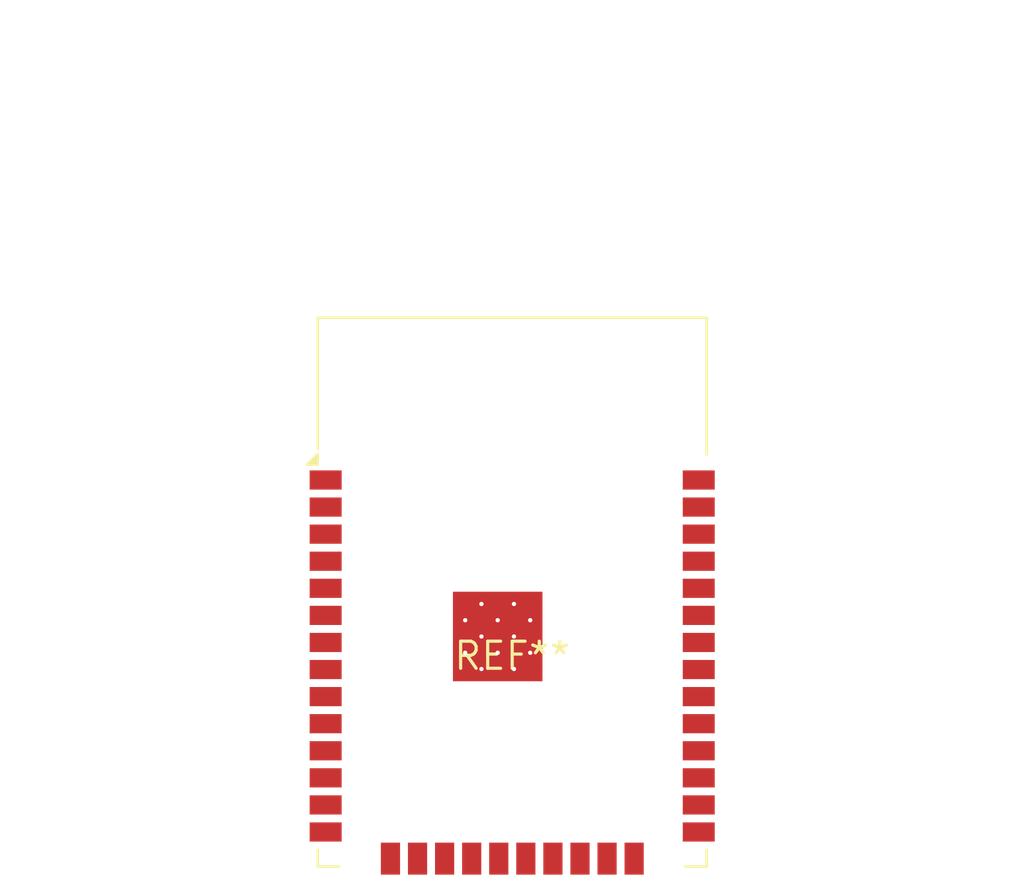
<source format=kicad_pcb>
(kicad_pcb (version 20240108) (generator pcbnew)
  (layers (0 "F.Cu" signal) (31 "B.Cu" signal) (34 "B.Paste" user) (35 "F.Paste" user) (36 "B.SilkS" user "B.Silkscreen") (37 "F.SilkS" user "F.Silkscreen") (38 "B.Mask" user) (39 "F.Mask" user) (44 "Edge.Cuts" user))
  (net 0 "")
  (footprint "ESP32-WROOM-32" (layer "F.Cu") (at 0 0)
    (property "Reference" "REF**")
    (property "Value" "ESP32-WROOM-32")
    (fp_line (start -9.12 -15.86) (end -9.12 -9.7) (layer "F.SilkS") (stroke (width 0.12)))
    (fp_line (start -9.12 -15.86) (end 9.12 -15.86) (layer "F.SilkS") (stroke (width 0.12)))
    (fp_line (start -9.12 9.1) (end -9.12 9.88) (layer "F.SilkS") (stroke (width 0.12)))
    (fp_line (start -9.12 9.88) (end -8.12 9.88) (layer "F.SilkS") (stroke (width 0.12)))
    (fp_line (start 9.12 -15.86) (end 9.12 -9.445) (layer "F.SilkS") (stroke (width 0.12)))
    (fp_line (start 9.12 9.1) (end 9.12 9.88) (layer "F.SilkS") (stroke (width 0.12)))
    (fp_line (start 9.12 9.88) (end 8.12 9.88) (layer "F.SilkS") (stroke (width 0.12)))
    (fp_poly (pts (xy -9.125 -8.975) (xy -9.625 -8.975) (xy -9.125 -9.475) (xy -9.125 -8.975)) (layer "F.SilkS") (stroke (width 0.12)) (fill solid))
    (pad "1" smd rect (at -8.75 -8.25) (size 1.5 0.9) (layers "F.Cu" "F.Paste" "F.Mask"))
    (pad "2" smd rect (at -8.75 -6.98) (size 1.5 0.9) (layers "F.Cu" "F.Paste" "F.Mask"))
    (pad "3" smd rect (at -8.75 -5.71) (size 1.5 0.9) (layers "F.Cu" "F.Paste" "F.Mask"))
    (pad "4" smd rect (at -8.75 -4.44) (size 1.5 0.9) (layers "F.Cu" "F.Paste" "F.Mask"))
    (pad "5" smd rect (at -8.75 -3.17) (size 1.5 0.9) (layers "F.Cu" "F.Paste" "F.Mask"))
    (pad "6" smd rect (at -8.75 -1.9) (size 1.5 0.9) (layers "F.Cu" "F.Paste" "F.Mask"))
    (pad "7" smd rect (at -8.75 -0.63) (size 1.5 0.9) (layers "F.Cu" "F.Paste" "F.Mask"))
    (pad "8" smd rect (at -8.75 0.64) (size 1.5 0.9) (layers "F.Cu" "F.Paste" "F.Mask"))
    (pad "9" smd rect (at -8.75 1.91) (size 1.5 0.9) (layers "F.Cu" "F.Paste" "F.Mask"))
    (pad "10" smd rect (at -8.75 3.18) (size 1.5 0.9) (layers "F.Cu" "F.Paste" "F.Mask"))
    (pad "11" smd rect (at -8.75 4.45) (size 1.5 0.9) (layers "F.Cu" "F.Paste" "F.Mask"))
    (pad "12" smd rect (at -8.75 5.72) (size 1.5 0.9) (layers "F.Cu" "F.Paste" "F.Mask"))
    (pad "13" smd rect (at -8.75 6.99) (size 1.5 0.9) (layers "F.Cu" "F.Paste" "F.Mask"))
    (pad "14" smd rect (at -8.75 8.26) (size 1.5 0.9) (layers "F.Cu" "F.Paste" "F.Mask"))
    (pad "15" smd rect (at -5.71 9.51 90) (size 1.5 0.9) (layers "F.Cu" "F.Paste" "F.Mask"))
    (pad "16" smd rect (at -4.44 9.51 90) (size 1.5 0.9) (layers "F.Cu" "F.Paste" "F.Mask"))
    (pad "17" smd rect (at -3.17 9.51 90) (size 1.5 0.9) (layers "F.Cu" "F.Paste" "F.Mask"))
    (pad "18" smd rect (at -1.9 9.51 90) (size 1.5 0.9) (layers "F.Cu" "F.Paste" "F.Mask"))
    (pad "19" smd rect (at -0.63 9.51 90) (size 1.5 0.9) (layers "F.Cu" "F.Paste" "F.Mask"))
    (pad "20" smd rect (at 0.64 9.51 90) (size 1.5 0.9) (layers "F.Cu" "F.Paste" "F.Mask"))
    (pad "21" smd rect (at 1.91 9.51 90) (size 1.5 0.9) (layers "F.Cu" "F.Paste" "F.Mask"))
    (pad "22" smd rect (at 3.18 9.51 90) (size 1.5 0.9) (layers "F.Cu" "F.Paste" "F.Mask"))
    (pad "23" smd rect (at 4.45 9.51 90) (size 1.5 0.9) (layers "F.Cu" "F.Paste" "F.Mask"))
    (pad "24" smd rect (at 5.72 9.51 90) (size 1.5 0.9) (layers "F.Cu" "F.Paste" "F.Mask"))
    (pad "25" smd rect (at 8.75 8.26) (size 1.5 0.9) (layers "F.Cu" "F.Paste" "F.Mask"))
    (pad "26" smd rect (at 8.75 6.99) (size 1.5 0.9) (layers "F.Cu" "F.Paste" "F.Mask"))
    (pad "27" smd rect (at 8.75 5.72) (size 1.5 0.9) (layers "F.Cu" "F.Paste" "F.Mask"))
    (pad "28" smd rect (at 8.75 4.45) (size 1.5 0.9) (layers "F.Cu" "F.Paste" "F.Mask"))
    (pad "29" smd rect (at 8.75 3.18) (size 1.5 0.9) (layers "F.Cu" "F.Paste" "F.Mask"))
    (pad "30" smd rect (at 8.75 1.91) (size 1.5 0.9) (layers "F.Cu" "F.Paste" "F.Mask"))
    (pad "31" smd rect (at 8.75 0.64) (size 1.5 0.9) (layers "F.Cu" "F.Paste" "F.Mask"))
    (pad "32" smd rect (at 8.75 -0.63) (size 1.5 0.9) (layers "F.Cu" "F.Paste" "F.Mask"))
    (pad "33" smd rect (at 8.75 -1.9) (size 1.5 0.9) (layers "F.Cu" "F.Paste" "F.Mask"))
    (pad "34" smd rect (at 8.75 -3.17) (size 1.5 0.9) (layers "F.Cu" "F.Paste" "F.Mask"))
    (pad "35" smd rect (at 8.75 -4.44) (size 1.5 0.9) (layers "F.Cu" "F.Paste" "F.Mask"))
    (pad "36" smd rect (at 8.75 -5.71) (size 1.5 0.9) (layers "F.Cu" "F.Paste" "F.Mask"))
    (pad "37" smd rect (at 8.75 -6.98) (size 1.5 0.9) (layers "F.Cu" "F.Paste" "F.Mask"))
    (pad "38" smd rect (at 8.75 -8.25) (size 1.5 0.9) (layers "F.Cu" "F.Paste" "F.Mask"))
    (pad "39" smd rect (at -2.205 -2.435) (size 1.05 1.05) (layers "F.Cu" "F.Paste"))
    (pad "39" thru_hole circle (at -2.205 -1.6725) (size 0.6 0.6) (drill 0.2) (property pad_prop_heatsink) (layers *.Cu "F.Mask") (remove_unused_layers))
    (pad "39" smd rect (at -2.205 -0.91) (size 1.05 1.05) (layers "F.Cu" "F.Paste"))
    (pad "39" thru_hole circle (at -2.205 -0.1475) (size 0.6 0.6) (drill 0.2) (property pad_prop_heatsink) (layers *.Cu "F.Mask") (remove_unused_layers))
    (pad "39" smd rect (at -2.205 0.615) (size 1.05 1.05) (layers "F.Cu" "F.Paste"))
    (pad "39" thru_hole circle (at -1.4425 -2.435) (size 0.6 0.6) (drill 0.2) (property pad_prop_heatsink) (layers *.Cu "F.Mask") (remove_unused_layers))
    (pad "39" thru_hole circle (at -1.4425 -0.91) (size 0.6 0.6) (drill 0.2) (property pad_prop_heatsink) (layers *.Cu "F.Mask") (remove_unused_layers))
    (pad "39" thru_hole circle (at -1.4425 0.615) (size 0.6 0.6) (drill 0.2) (property pad_prop_heatsink) (layers *.Cu "F.Mask") (remove_unused_layers))
    (pad "39" smd rect (at -0.68 -2.435) (size 1.05 1.05) (layers "F.Cu" "F.Paste"))
    (pad "39" thru_hole circle (at -0.68 -1.6725) (size 0.6 0.6) (drill 0.2) (property pad_prop_heatsink) (layers *.Cu "F.Mask") (remove_unused_layers))
    (pad "39" smd rect (at -0.68 -0.91) (size 1.05 1.05) (layers "F.Cu" "F.Paste"))
    (pad "39" smd rect (at -0.68 -0.91) (size 4.2 4.2) (layers "F.Cu" "F.Mask"))
    (pad "39" thru_hole circle (at -0.68 -0.1475) (size 0.6 0.6) (drill 0.2) (property pad_prop_heatsink) (layers *.Cu "F.Mask") (remove_unused_layers))
    (pad "39" smd rect (at -0.68 0.615) (size 1.05 1.05) (layers "F.Cu" "F.Paste"))
    (pad "39" thru_hole circle (at 0.0825 -2.435) (size 0.6 0.6) (drill 0.2) (property pad_prop_heatsink) (layers *.Cu "F.Mask") (remove_unused_layers))
    (pad "39" thru_hole circle (at 0.0825 -0.91) (size 0.6 0.6) (drill 0.2) (property pad_prop_heatsink) (layers *.Cu "F.Mask") (remove_unused_layers))
    (pad "39" thru_hole circle (at 0.0825 0.615) (size 0.6 0.6) (drill 0.2) (property pad_prop_heatsink) (layers *.Cu "F.Mask") (remove_unused_layers))
    (pad "39" smd rect (at 0.845 -2.435) (size 1.05 1.05) (layers "F.Cu" "F.Paste"))
    (pad "39" thru_hole circle (at 0.845 -1.6725) (size 0.6 0.6) (drill 0.2) (property pad_prop_heatsink) (layers *.Cu "F.Mask") (remove_unused_layers))
    (pad "39" smd rect (at 0.845 -0.91) (size 1.05 1.05) (layers "F.Cu" "F.Paste"))
    (pad "39" thru_hole circle (at 0.845 -0.1475) (size 0.6 0.6) (drill 0.2) (property pad_prop_heatsink) (layers *.Cu "F.Mask") (remove_unused_layers))
    (pad "39" smd rect (at 0.845 0.615) (size 1.05 1.05) (layers "F.Cu" "F.Paste"))
  )
)
</source>
